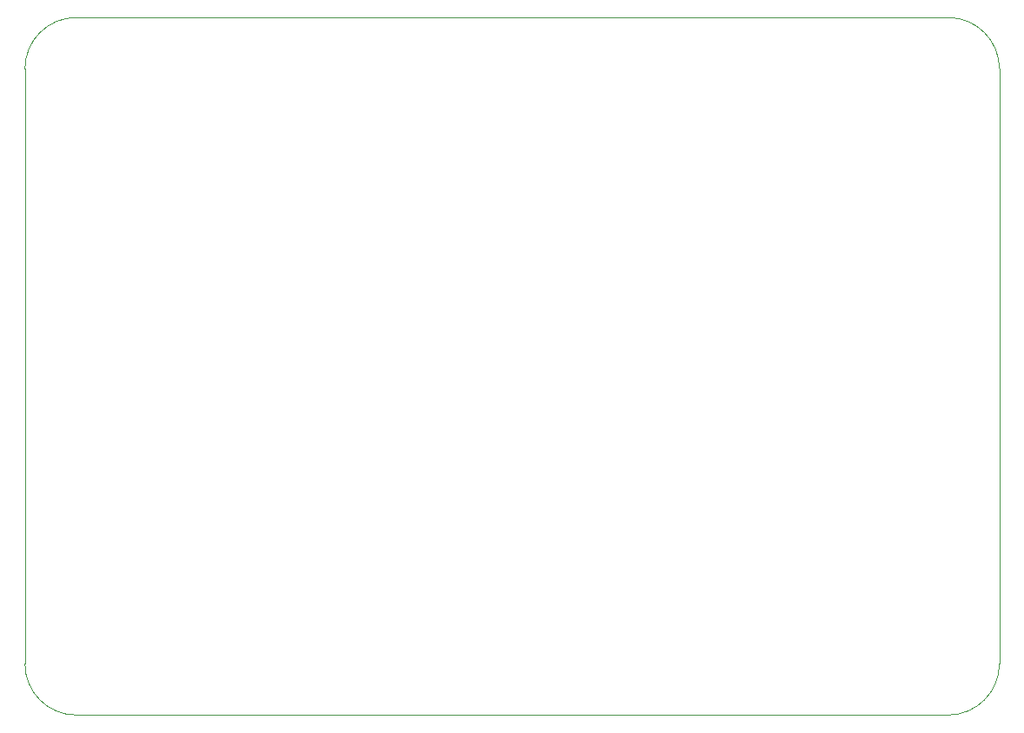
<source format=gbr>
G04 #@! TF.FileFunction,Profile,NP*
%FSLAX46Y46*%
G04 Gerber Fmt 4.6, Leading zero omitted, Abs format (unit mm)*
G04 Created by KiCad (PCBNEW 4.0.3+e1-6302~38~ubuntu15.04.1-stable) date Sun Sep 25 07:10:45 2016*
%MOMM*%
%LPD*%
G01*
G04 APERTURE LIST*
%ADD10C,0.100000*%
G04 APERTURE END LIST*
D10*
X35000000Y-30000000D02*
X120000000Y-30000000D01*
X125000000Y-93000000D02*
X125000000Y-35000000D01*
X35000000Y-98000000D02*
X120000000Y-98000000D01*
X120000000Y-98000000D02*
G75*
G03X125000000Y-93000000I0J5000000D01*
G01*
X30000000Y-35000000D02*
X30000000Y-93000000D01*
X30000000Y-93000000D02*
G75*
G03X35000000Y-98000000I5000000J0D01*
G01*
X125000000Y-35000000D02*
G75*
G03X120000000Y-30000000I-5000000J0D01*
G01*
X35000000Y-30000000D02*
G75*
G03X30000000Y-35000000I0J-5000000D01*
G01*
M02*

</source>
